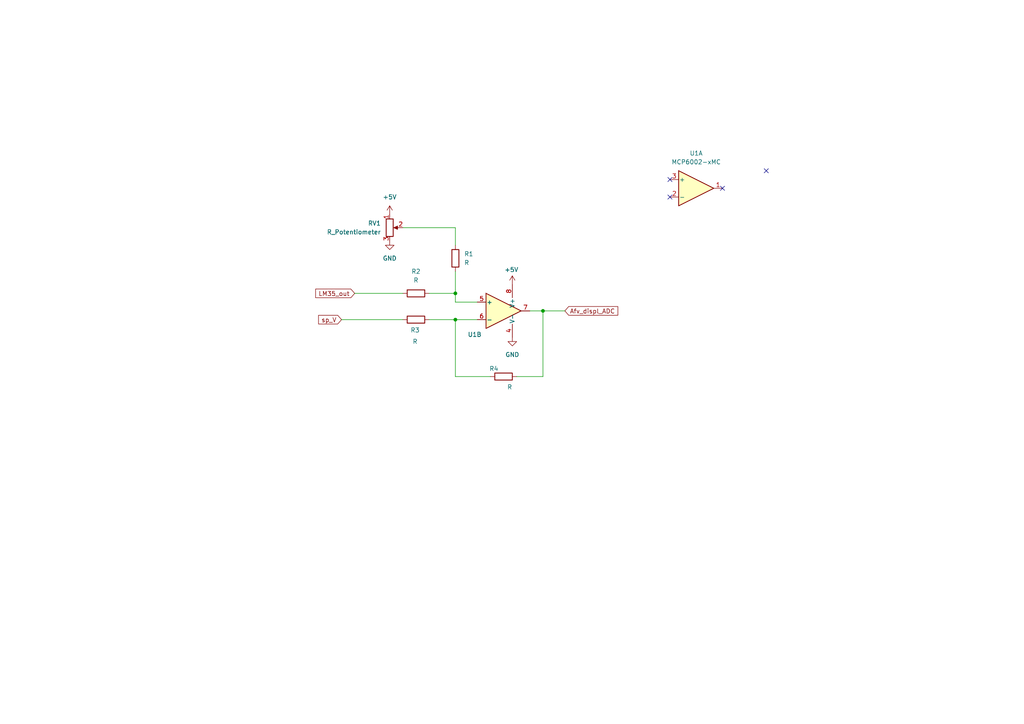
<source format=kicad_sch>
(kicad_sch (version 20250114) (generator "eeschema") (generator_version "9.0")
  (paper "A4")
  (lib_symbols
    (symbol "Amplifier_Operational:MCP6002-xMC" (pin_names (offset 0.127))
      (property "Reference" "U" (at 0 5.08 0))
      (property "Value" "MCP6002-xMC" (at 0 -5.08 0))
      (symbol "MCP6002-xMC_1_1"
        (polyline (pts (xy -5.08 5.08) (xy 5.08 0) (xy -5.08 -5.08) (xy -5.08 5.08)) (stroke (width 0.254)) (fill (type background)))
        (pin input line (at -7.62 2.54 0) (length 2.54) (name "+") (number "3"))
        (pin input line (at -7.62 -2.54 0) (length 2.54) (name "-") (number "2"))
        (pin output line (at 7.62 0 180) (length 2.54) (name "~") (number "1"))
      )
      (symbol "MCP6002-xMC_2_1"
        (polyline (pts (xy -5.08 5.08) (xy 5.08 0) (xy -5.08 -5.08) (xy -5.08 5.08)) (stroke (width 0.254)) (fill (type background)))
        (pin input line (at -7.62 2.54 0) (length 2.54) (name "+") (number "5"))
        (pin input line (at -7.62 -2.54 0) (length 2.54) (name "-") (number "6"))
        (pin output line (at 7.62 0 180) (length 2.54) (name "~") (number "7"))
      )
      (symbol "MCP6002-xMC_3_1"
        (pin power_in line (at -2.54 7.62 270) (length 3.81) (name "V+") (number "8"))
        (pin power_in line (at -2.54 -7.62 90) (length 3.81) (name "V-") (number "4"))
        (pin passive line (at -2.54 -7.62 90) (length 3.81) (hide yes) (name "V-") (number "9"))
      )
    )
    (symbol "Device:R" (pin_numbers (hide yes)) (pin_names (offset 0))
      (property "Reference" "R" (at 2.032 0 90))
      (property "Value" "R" (at 0 0 90))
      (symbol "R_0_1"
        (rectangle (start -1.016 -2.54) (end 1.016 2.54) (stroke (width 0.254)))
      )
      (symbol "R_1_1"
        (pin passive line (at 0 3.81 270) (length 1.27) (name "~") (number "1"))
        (pin passive line (at 0 -3.81 90) (length 1.27) (name "~") (number "2"))
      )
    )
    (symbol "Device:R_Potentiometer" (pin_names (offset 1.016) (hide yes))
      (property "Reference" "RV" (at -4.445 0 90))
      (property "Value" "R_Potentiometer" (at -2.54 0 90))
      (symbol "R_Potentiometer_0_1"
        (rectangle (start 1.016 2.54) (end -1.016 -2.54) (stroke (width 0.254)))
        (polyline (pts (xy 1.143 0) (xy 2.286 0.508) (xy 2.286 -0.508) (xy 1.143 0)) (fill (type outline)))
        (polyline (pts (xy 2.54 0) (xy 1.524 0)))
      )
      (symbol "R_Potentiometer_1_1"
        (pin passive line (at 0 3.81 270) (length 1.27) (name "1") (number "1"))
        (pin passive line (at 0 -3.81 90) (length 1.27) (name "3") (number "3"))
        (pin passive line (at 3.81 0 180) (length 1.27) (name "2") (number "2"))
      )
    )
    (symbol "power:GND" (power) (pin_numbers (hide yes)) (pin_names (offset 0) (hide yes))
      (property "Value" "GND" (at 0 -3.81 0))
      (symbol "GND_0_1"
        (polyline (pts (xy 0 0) (xy 0 -1.27) (xy 1.27 -1.27) (xy 0 -2.54) (xy -1.27 -1.27) (xy 0 -1.27)))
      )
      (symbol "GND_1_1"
        (pin power_in line (at 0 0 270) (length 0) (name "~") (number "1"))
      )
    )
    (symbol "power:VCC" (power) (pin_numbers (hide yes)) (pin_names (offset 0) (hide yes))
      (property "Value" "VCC" (at 0 3.556 0))
      (symbol "VCC_0_1"
        (polyline (pts (xy -0.762 1.27) (xy 0 2.54)))
        (polyline (pts (xy 0 2.54) (xy 0.762 1.27)))
        (polyline (pts (xy 0 0) (xy 0 2.54)))
      )
      (symbol "VCC_1_1"
        (pin power_in line (at 0 0 90) (length 0) (name "~") (number "1"))
      )
    )
  )
  (junction (at 132.08 92.71))
  (junction (at 157.48 90.17))
  (junction (at 132.08 85.09))
  (no_connect (at 194.31 52.07))
  (no_connect (at 209.55 54.61))
  (no_connect (at 222.25 49.53))
  (no_connect (at 194.31 57.15))
  (wire (pts (xy 132.08 66.04) (xy 132.08 71.12)))
  (wire (pts (xy 149.86 109.22) (xy 157.48 109.22)))
  (wire (pts (xy 132.08 85.09) (xy 132.08 87.63)))
  (wire (pts (xy 102.87 85.09) (xy 116.84 85.09)))
  (wire (pts (xy 116.84 66.04) (xy 132.08 66.04)))
  (wire (pts (xy 132.08 109.22) (xy 142.24 109.22)))
  (wire (pts (xy 124.46 85.09) (xy 132.08 85.09)))
  (wire (pts (xy 124.46 92.71) (xy 132.08 92.71)))
  (wire (pts (xy 157.48 90.17) (xy 163.83 90.17)))
  (wire (pts (xy 99.06 92.71) (xy 116.84 92.71)))
  (wire (pts (xy 132.08 92.71) (xy 138.43 92.71)))
  (wire (pts (xy 157.48 109.22) (xy 157.48 90.17)))
  (wire (pts (xy 132.08 87.63) (xy 138.43 87.63)))
  (wire (pts (xy 132.08 78.74) (xy 132.08 85.09)))
  (wire (pts (xy 153.67 90.17) (xy 157.48 90.17)))
  (wire (pts (xy 132.08 92.71) (xy 132.08 109.22)))
  (global_label "sp_V" (shape input) (at 99.06 92.71 180) (property "Intersheetrefs" "${INTERSHEET_REFS}" (effects (hide yes))))
  (global_label "LM35_out" (shape input) (at 102.87 85.09 180) (property "Intersheetrefs" "${INTERSHEET_REFS}" (effects (hide yes))))
  (global_label "Afv_displ_ADC" (shape input) (at 163.83 90.17 0) (property "Intersheetrefs" "${INTERSHEET_REFS}" (effects (hide yes))))
  (symbol (lib_id "Amplifier_Operational:MCP6002-xMC") (at 201.93 54.61 0) (unit 1)
    (property "Reference" "U1" (at 201.93 44.45 0))
    (property "Value" "MCP6002-xMC" (at 201.93 46.99 0))
    (property "Footprint" "Package_DFN_QFN:DFN-8-1EP_3x2mm_P0.5mm_EP1.75x1.45mm" (effects (hide yes)))
    (property "Datasheet" "http://ww1.microchip.com/downloads/en/DeviceDoc/21733j.pdf" (effects (hide yes)))
    (property "Description" "1MHz, Low-Power Op Amp, DFN-8" (effects (hide yes)))
  )
  (symbol (lib_id "Device:R") (at 132.08 74.93 0) (unit 1)
    (property "Reference" "R1" (at 134.62 73.6599 0) (effects (justify left)))
    (property "Value" "R" (at 134.62 76.1999 0) (effects (justify left)))
    (property "Description" "Resistor" (effects (hide yes)))
  )
  (symbol (lib_id "power:VCC") (at 148.59 82.55 0) (unit 1)
    (property "Reference" "#PWR04" (effects (hide yes)))
    (property "Value" "+5V" (at 148.336 78.232 0))
    (property "Description" "Power symbol creates a global label with name \"VCC\"" (effects (hide yes)))
  )
  (symbol (lib_id "Device:R_Potentiometer") (at 113.03 66.04 0) (unit 1)
    (property "Reference" "RV1" (at 110.49 64.7699 0) (effects (justify right)))
    (property "Value" "R_Potentiometer" (at 110.49 67.3099 0) (effects (justify right)))
    (property "Description" "Potentiometer" (effects (hide yes)))
  )
  (symbol (lib_id "Amplifier_Operational:MCP6002-xMC") (at 146.05 90.17 0) (unit 2)
    (property "Reference" "U1" (at 137.668 97.028 0))
    (property "Value" "MCP6002-xMC" (effects (hide yes)))
    (property "Footprint" "Package_DFN_QFN:DFN-8-1EP_3x2mm_P0.5mm_EP1.75x1.45mm" (effects (hide yes)))
    (property "Datasheet" "http://ww1.microchip.com/downloads/en/DeviceDoc/21733j.pdf" (effects (hide yes)))
    (property "Description" "1MHz, Low-Power Op Amp, DFN-8" (effects (hide yes)))
  )
  (symbol (lib_id "Device:R") (at 120.65 85.09 90) (unit 1)
    (property "Reference" "R2" (at 120.65 78.74 90))
    (property "Value" "R" (at 120.65 81.28 90))
    (property "Description" "Resistor" (effects (hide yes)))
  )
  (symbol (lib_id "Amplifier_Operational:MCP6002-xMC") (at 151.13 90.17 0) (unit 3)
    (property "Reference" "U1" (effects (hide yes)))
    (property "Value" "MCP6002-xMC" (effects (hide yes)))
    (property "Footprint" "Package_DFN_QFN:DFN-8-1EP_3x2mm_P0.5mm_EP1.75x1.45mm" (effects (hide yes)))
    (property "Datasheet" "http://ww1.microchip.com/downloads/en/DeviceDoc/21733j.pdf" (effects (hide yes)))
    (property "Description" "1MHz, Low-Power Op Amp, DFN-8" (effects (hide yes)))
  )
  (symbol (lib_id "power:GND") (at 148.59 97.79 0) (unit 1)
    (property "Reference" "#PWR02" (effects (hide yes)))
    (property "Value" "GND" (at 148.59 102.87 0))
    (property "Description" "Power symbol creates a global label with name \"GND\" , ground" (effects (hide yes)))
  )
  (symbol (lib_id "Device:R") (at 146.05 109.22 90) (unit 1)
    (property "Reference" "R4" (at 143.256 106.934 90))
    (property "Value" "R" (at 147.828 112.268 90))
    (property "Description" "Resistor" (effects (hide yes)))
  )
  (symbol (lib_id "Device:R") (at 120.65 92.71 90) (unit 1)
    (property "Reference" "R3" (at 120.396 95.758 90))
    (property "Value" "R" (at 120.396 99.06 90))
    (property "Description" "Resistor" (effects (hide yes)))
  )
  (symbol (lib_id "power:GND") (at 113.03 69.85 0) (unit 1)
    (property "Reference" "#PWR01" (effects (hide yes)))
    (property "Value" "GND" (at 113.03 74.93 0))
    (property "Description" "Power symbol creates a global label with name \"GND\" , ground" (effects (hide yes)))
  )
  (symbol (lib_id "power:VCC") (at 113.03 62.23 0) (unit 1)
    (property "Reference" "#PWR03" (effects (hide yes)))
    (property "Value" "+5V" (at 113.03 57.15 0))
    (property "Description" "Power symbol creates a global label with name \"VCC\"" (effects (hide yes)))
  )
)
</source>
